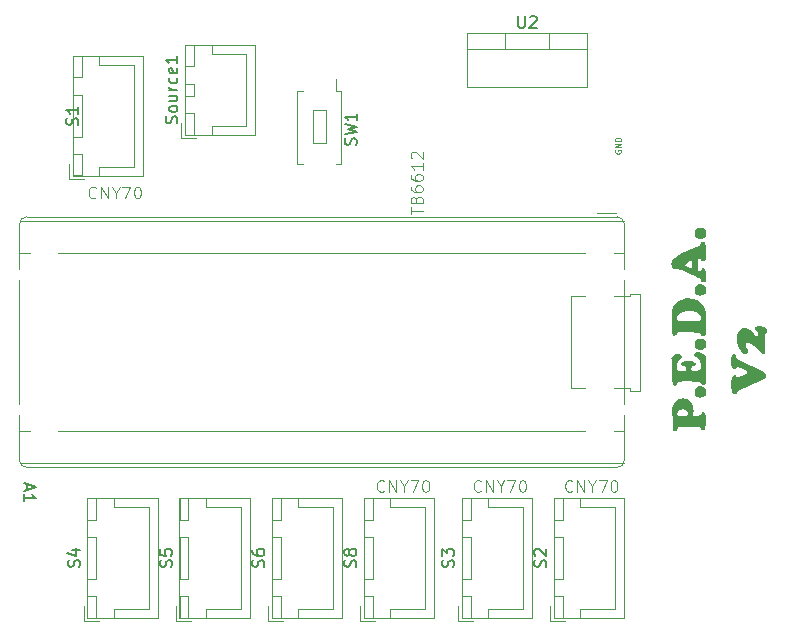
<source format=gbr>
%TF.GenerationSoftware,KiCad,Pcbnew,9.0.4*%
%TF.CreationDate,2025-10-15T08:51:35-06:00*%
%TF.ProjectId,Sumo_RapsPico,53756d6f-5f52-4617-9073-5069636f2e6b,rev?*%
%TF.SameCoordinates,Original*%
%TF.FileFunction,Legend,Top*%
%TF.FilePolarity,Positive*%
%FSLAX46Y46*%
G04 Gerber Fmt 4.6, Leading zero omitted, Abs format (unit mm)*
G04 Created by KiCad (PCBNEW 9.0.4) date 2025-10-15 08:51:35*
%MOMM*%
%LPD*%
G01*
G04 APERTURE LIST*
%ADD10C,0.100000*%
%ADD11C,0.150000*%
%ADD12C,0.120000*%
G04 APERTURE END LIST*
D10*
X135745312Y-78477180D02*
X135697693Y-78524800D01*
X135697693Y-78524800D02*
X135554836Y-78572419D01*
X135554836Y-78572419D02*
X135459598Y-78572419D01*
X135459598Y-78572419D02*
X135316741Y-78524800D01*
X135316741Y-78524800D02*
X135221503Y-78429561D01*
X135221503Y-78429561D02*
X135173884Y-78334323D01*
X135173884Y-78334323D02*
X135126265Y-78143847D01*
X135126265Y-78143847D02*
X135126265Y-78000990D01*
X135126265Y-78000990D02*
X135173884Y-77810514D01*
X135173884Y-77810514D02*
X135221503Y-77715276D01*
X135221503Y-77715276D02*
X135316741Y-77620038D01*
X135316741Y-77620038D02*
X135459598Y-77572419D01*
X135459598Y-77572419D02*
X135554836Y-77572419D01*
X135554836Y-77572419D02*
X135697693Y-77620038D01*
X135697693Y-77620038D02*
X135745312Y-77667657D01*
X136173884Y-78572419D02*
X136173884Y-77572419D01*
X136173884Y-77572419D02*
X136745312Y-78572419D01*
X136745312Y-78572419D02*
X136745312Y-77572419D01*
X137411979Y-78096228D02*
X137411979Y-78572419D01*
X137078646Y-77572419D02*
X137411979Y-78096228D01*
X137411979Y-78096228D02*
X137745312Y-77572419D01*
X137983408Y-77572419D02*
X138650074Y-77572419D01*
X138650074Y-77572419D02*
X138221503Y-78572419D01*
X139221503Y-77572419D02*
X139316741Y-77572419D01*
X139316741Y-77572419D02*
X139411979Y-77620038D01*
X139411979Y-77620038D02*
X139459598Y-77667657D01*
X139459598Y-77667657D02*
X139507217Y-77762895D01*
X139507217Y-77762895D02*
X139554836Y-77953371D01*
X139554836Y-77953371D02*
X139554836Y-78191466D01*
X139554836Y-78191466D02*
X139507217Y-78381942D01*
X139507217Y-78381942D02*
X139459598Y-78477180D01*
X139459598Y-78477180D02*
X139411979Y-78524800D01*
X139411979Y-78524800D02*
X139316741Y-78572419D01*
X139316741Y-78572419D02*
X139221503Y-78572419D01*
X139221503Y-78572419D02*
X139126265Y-78524800D01*
X139126265Y-78524800D02*
X139078646Y-78477180D01*
X139078646Y-78477180D02*
X139031027Y-78381942D01*
X139031027Y-78381942D02*
X138983408Y-78191466D01*
X138983408Y-78191466D02*
X138983408Y-77953371D01*
X138983408Y-77953371D02*
X139031027Y-77762895D01*
X139031027Y-77762895D02*
X139078646Y-77667657D01*
X139078646Y-77667657D02*
X139126265Y-77620038D01*
X139126265Y-77620038D02*
X139221503Y-77572419D01*
X147127419Y-49623258D02*
X147103609Y-49670877D01*
X147103609Y-49670877D02*
X147103609Y-49742306D01*
X147103609Y-49742306D02*
X147127419Y-49813734D01*
X147127419Y-49813734D02*
X147175038Y-49861353D01*
X147175038Y-49861353D02*
X147222657Y-49885163D01*
X147222657Y-49885163D02*
X147317895Y-49908972D01*
X147317895Y-49908972D02*
X147389323Y-49908972D01*
X147389323Y-49908972D02*
X147484561Y-49885163D01*
X147484561Y-49885163D02*
X147532180Y-49861353D01*
X147532180Y-49861353D02*
X147579800Y-49813734D01*
X147579800Y-49813734D02*
X147603609Y-49742306D01*
X147603609Y-49742306D02*
X147603609Y-49694687D01*
X147603609Y-49694687D02*
X147579800Y-49623258D01*
X147579800Y-49623258D02*
X147555990Y-49599449D01*
X147555990Y-49599449D02*
X147389323Y-49599449D01*
X147389323Y-49599449D02*
X147389323Y-49694687D01*
X147603609Y-49385163D02*
X147103609Y-49385163D01*
X147103609Y-49385163D02*
X147603609Y-49099449D01*
X147603609Y-49099449D02*
X147103609Y-49099449D01*
X147603609Y-48861353D02*
X147103609Y-48861353D01*
X147103609Y-48861353D02*
X147103609Y-48742305D01*
X147103609Y-48742305D02*
X147127419Y-48670877D01*
X147127419Y-48670877D02*
X147175038Y-48623258D01*
X147175038Y-48623258D02*
X147222657Y-48599448D01*
X147222657Y-48599448D02*
X147317895Y-48575639D01*
X147317895Y-48575639D02*
X147389323Y-48575639D01*
X147389323Y-48575639D02*
X147484561Y-48599448D01*
X147484561Y-48599448D02*
X147532180Y-48623258D01*
X147532180Y-48623258D02*
X147579800Y-48670877D01*
X147579800Y-48670877D02*
X147603609Y-48742305D01*
X147603609Y-48742305D02*
X147603609Y-48861353D01*
G36*
X153038677Y-70655467D02*
G01*
X153216336Y-70715669D01*
X153372948Y-70814756D01*
X153512088Y-70956449D01*
X153614941Y-71113556D01*
X153688876Y-71286134D01*
X153734331Y-71477005D01*
X153750041Y-71689727D01*
X153735753Y-71956624D01*
X153729525Y-72060671D01*
X153744270Y-72100138D01*
X153791441Y-72114160D01*
X153803531Y-72114160D01*
X154140036Y-72099872D01*
X154229458Y-72087711D01*
X154283651Y-72064884D01*
X154327171Y-72022960D01*
X154381287Y-71936840D01*
X154438012Y-71854170D01*
X154490777Y-71812947D01*
X154542304Y-71800553D01*
X154618679Y-71819533D01*
X154685818Y-71880051D01*
X154746369Y-71999672D01*
X154782544Y-72134823D01*
X154807481Y-72317943D01*
X154816894Y-72560575D01*
X154798702Y-72907734D01*
X154754316Y-73121763D01*
X154695661Y-73243806D01*
X154628539Y-73305406D01*
X154550364Y-73324811D01*
X154492101Y-73315684D01*
X154452545Y-73290922D01*
X154417585Y-73244689D01*
X154356374Y-73135218D01*
X154310102Y-73077915D01*
X154250678Y-73051870D01*
X153803347Y-73035750D01*
X152723855Y-73035750D01*
X152534932Y-73045025D01*
X152461355Y-73063593D01*
X152416342Y-73108007D01*
X152372512Y-73216001D01*
X152322041Y-73328173D01*
X152259440Y-73385980D01*
X152182002Y-73404678D01*
X152097532Y-73384649D01*
X152035823Y-73324811D01*
X151999473Y-73234296D01*
X151985265Y-73095467D01*
X151991493Y-72851468D01*
X151991493Y-72728736D01*
X151985997Y-72330498D01*
X151950272Y-71954059D01*
X152390097Y-71954059D01*
X152401470Y-72045461D01*
X152427436Y-72087191D01*
X152465202Y-72099872D01*
X153171919Y-72099872D01*
X153238704Y-72090100D01*
X153264242Y-72068365D01*
X153285081Y-72005449D01*
X153292819Y-71921270D01*
X153273335Y-71797139D01*
X153217165Y-71697421D01*
X153135407Y-71628604D01*
X153017919Y-71583479D01*
X152851899Y-71566446D01*
X152680798Y-71585803D01*
X152556019Y-71638065D01*
X152465751Y-71719952D01*
X152409552Y-71825177D01*
X152390097Y-71954059D01*
X151950272Y-71954059D01*
X151946430Y-71913576D01*
X151932875Y-71695772D01*
X151948992Y-71474285D01*
X151995647Y-71275145D01*
X152071543Y-71094752D01*
X152181842Y-70925615D01*
X152310547Y-70799075D01*
X152459205Y-70709299D01*
X152631797Y-70653984D01*
X152834314Y-70634598D01*
X153038677Y-70655467D01*
G37*
G36*
X153843831Y-70091280D02*
G01*
X153859223Y-69965321D01*
X153904572Y-69852451D01*
X153981584Y-69749096D01*
X154082850Y-69667835D01*
X154201391Y-69618872D01*
X154342452Y-69601817D01*
X154473972Y-69618441D01*
X154588680Y-69667000D01*
X154690865Y-69749096D01*
X154767876Y-69852451D01*
X154813226Y-69965321D01*
X154828618Y-70091280D01*
X154813226Y-70217239D01*
X154767876Y-70330109D01*
X154690865Y-70433464D01*
X154588546Y-70515226D01*
X154471870Y-70563950D01*
X154336224Y-70580743D01*
X154198032Y-70563755D01*
X154081523Y-70514873D01*
X153981584Y-70433464D01*
X153905559Y-70330267D01*
X153860149Y-70217351D01*
X153843831Y-70091280D01*
G37*
G36*
X151968046Y-69099715D02*
G01*
X151968046Y-68046418D01*
X151954490Y-67580769D01*
X151933663Y-67436373D01*
X151898803Y-67295921D01*
X151885980Y-67226678D01*
X151898150Y-67159276D01*
X151935911Y-67095660D01*
X152005415Y-67033237D01*
X152138794Y-66958760D01*
X152291276Y-66912936D01*
X152467400Y-66896950D01*
X152595119Y-66912684D01*
X152685020Y-66954836D01*
X152745063Y-67023174D01*
X152765254Y-67113838D01*
X152757328Y-67178365D01*
X152736311Y-67222648D01*
X152696806Y-67262205D01*
X152608633Y-67325779D01*
X152525261Y-67392232D01*
X152464890Y-67467176D01*
X152424719Y-67551826D01*
X152392396Y-67710938D01*
X152378374Y-68003187D01*
X152390681Y-68157520D01*
X152419707Y-68243033D01*
X152458241Y-68285287D01*
X152506025Y-68305139D01*
X152575111Y-68316245D01*
X152955214Y-68321191D01*
X153059427Y-68308899D01*
X153101027Y-68282356D01*
X153119302Y-68226530D01*
X153128688Y-68070964D01*
X153118834Y-67994887D01*
X153094066Y-67950064D01*
X153050039Y-67921432D01*
X152968037Y-67902620D01*
X152801707Y-67872395D01*
X152759523Y-67850471D01*
X152721840Y-67814509D01*
X152692870Y-67766153D01*
X152683189Y-67710279D01*
X152702959Y-67631366D01*
X152765987Y-67561901D01*
X152839652Y-67525305D01*
X152979211Y-67488445D01*
X153133473Y-67466029D01*
X153296666Y-67458403D01*
X153513173Y-67471033D01*
X153689633Y-67505862D01*
X153832840Y-67559337D01*
X153899221Y-67605591D01*
X153936595Y-67662246D01*
X153949344Y-67732810D01*
X153938888Y-67797225D01*
X153912158Y-67833377D01*
X153864637Y-67855475D01*
X153762315Y-67875875D01*
X153662309Y-67904821D01*
X153595551Y-67956234D01*
X153554293Y-68031817D01*
X153539016Y-68140573D01*
X153554329Y-68218124D01*
X153595252Y-68262206D01*
X153664323Y-68284537D01*
X153807194Y-68294630D01*
X154055040Y-68281441D01*
X154255441Y-68253780D01*
X154302858Y-68223897D01*
X154336774Y-68155411D01*
X154352687Y-68057926D01*
X154359672Y-67874227D01*
X154349161Y-67669683D01*
X154321642Y-67520373D01*
X154282002Y-67414073D01*
X154219405Y-67321252D01*
X154127494Y-67237411D01*
X154000085Y-67162198D01*
X153892414Y-67101826D01*
X153838885Y-67056868D01*
X153807922Y-67003728D01*
X153796936Y-66933403D01*
X153815665Y-66852918D01*
X153873323Y-66786674D01*
X153956855Y-66743910D01*
X154063466Y-66728789D01*
X154192532Y-66742879D01*
X154370846Y-66792719D01*
X154547467Y-66864966D01*
X154698192Y-66948974D01*
X154792531Y-67028658D01*
X154810485Y-67063795D01*
X154816894Y-67109624D01*
X154803339Y-67223564D01*
X154782790Y-67365406D01*
X154770000Y-67572892D01*
X154770000Y-69310741D01*
X154757071Y-69409027D01*
X154722555Y-69476521D01*
X154666326Y-69520519D01*
X154588283Y-69535872D01*
X154532317Y-69528592D01*
X154499073Y-69510226D01*
X154471970Y-69475320D01*
X154429647Y-69395188D01*
X154399358Y-69340938D01*
X154365900Y-69306161D01*
X154322488Y-69281943D01*
X154253792Y-69261099D01*
X153919127Y-69212817D01*
X153423244Y-69193688D01*
X152882838Y-69209576D01*
X152579565Y-69246593D01*
X152430214Y-69291507D01*
X152375259Y-69334921D01*
X152337341Y-69435305D01*
X152302573Y-69503595D01*
X152250669Y-69542537D01*
X152176324Y-69556388D01*
X152112478Y-69546311D01*
X152056339Y-69516271D01*
X152012610Y-69469936D01*
X151986547Y-69410575D01*
X151973900Y-69311409D01*
X151968046Y-69099715D01*
G37*
G36*
X153843831Y-66072997D02*
G01*
X153859223Y-65947038D01*
X153904572Y-65834168D01*
X153981584Y-65730812D01*
X154082850Y-65649551D01*
X154201391Y-65600589D01*
X154342452Y-65583534D01*
X154473972Y-65600157D01*
X154588680Y-65648716D01*
X154690865Y-65730812D01*
X154767876Y-65834168D01*
X154813226Y-65947038D01*
X154828618Y-66072997D01*
X154813226Y-66198956D01*
X154767876Y-66311826D01*
X154690865Y-66415181D01*
X154588546Y-66496943D01*
X154471870Y-66545667D01*
X154336224Y-66562459D01*
X154198032Y-66545472D01*
X154081523Y-66496589D01*
X153981584Y-66415181D01*
X153905559Y-66311983D01*
X153860149Y-66199068D01*
X153843831Y-66072997D01*
G37*
G36*
X153584363Y-62189122D02*
G01*
X153819284Y-62240277D01*
X154041582Y-62321857D01*
X154224300Y-62423459D01*
X154384243Y-62553778D01*
X154517730Y-62705496D01*
X154626522Y-62880601D01*
X154711015Y-63082182D01*
X154772471Y-63334876D01*
X154793447Y-63608831D01*
X154784837Y-63856859D01*
X154778609Y-64069900D01*
X154770000Y-64506240D01*
X154770000Y-64653702D01*
X154784105Y-64942213D01*
X154793447Y-65082165D01*
X154776173Y-65212094D01*
X154728417Y-65309494D01*
X154679681Y-65358907D01*
X154623602Y-65387611D01*
X154557508Y-65397421D01*
X154489538Y-65386935D01*
X154441920Y-65358220D01*
X154406533Y-65310622D01*
X154375242Y-65231092D01*
X154347141Y-65161256D01*
X154310579Y-65123747D01*
X154254307Y-65101518D01*
X154133625Y-65079783D01*
X153534436Y-65050108D01*
X152649483Y-65036735D01*
X152492693Y-65045001D01*
X152422520Y-65062564D01*
X152375151Y-65101901D01*
X152332395Y-65184563D01*
X152284756Y-65268050D01*
X152223355Y-65314135D01*
X152144084Y-65329827D01*
X152080437Y-65318949D01*
X152027543Y-65286902D01*
X151982517Y-65230359D01*
X151940765Y-65119427D01*
X151924631Y-64955036D01*
X151926646Y-64819665D01*
X151932875Y-64569804D01*
X151913640Y-63908150D01*
X151913414Y-63897709D01*
X152366650Y-63897709D01*
X152377527Y-63984487D01*
X152404019Y-64031981D01*
X152450180Y-64059151D01*
X152531880Y-64070083D01*
X154126481Y-64070083D01*
X154241659Y-64054741D01*
X154306915Y-64016594D01*
X154344565Y-63950893D01*
X154359672Y-63836160D01*
X154342568Y-63684734D01*
X154294177Y-63560719D01*
X154215194Y-63457835D01*
X154101439Y-63372798D01*
X153944453Y-63305820D01*
X153732379Y-63260543D01*
X153450722Y-63243565D01*
X153115377Y-63261829D01*
X152860701Y-63310545D01*
X152670366Y-63382418D01*
X152536761Y-63472295D01*
X152444014Y-63584843D01*
X152386953Y-63723989D01*
X152366650Y-63897709D01*
X151913414Y-63897709D01*
X151909427Y-63713244D01*
X151923434Y-63398816D01*
X151961029Y-63155119D01*
X152016589Y-62969159D01*
X152111893Y-62775944D01*
X152232780Y-62611158D01*
X152380299Y-62471581D01*
X152557159Y-62355498D01*
X152726230Y-62277575D01*
X152913386Y-62220351D01*
X153121179Y-62184703D01*
X153352536Y-62172316D01*
X153584363Y-62189122D01*
G37*
G36*
X153843831Y-61448014D02*
G01*
X153859223Y-61322055D01*
X153904572Y-61209185D01*
X153981584Y-61105830D01*
X154082850Y-61024569D01*
X154201391Y-60975607D01*
X154342452Y-60958551D01*
X154473972Y-60975175D01*
X154588680Y-61023734D01*
X154690865Y-61105830D01*
X154767876Y-61209185D01*
X154813226Y-61322055D01*
X154828618Y-61448014D01*
X154813226Y-61573973D01*
X154767876Y-61686843D01*
X154690865Y-61790198D01*
X154588546Y-61871960D01*
X154471870Y-61920684D01*
X154336224Y-61937477D01*
X154198032Y-61920489D01*
X154081523Y-61871607D01*
X153981584Y-61790198D01*
X153905559Y-61687001D01*
X153860149Y-61574086D01*
X153843831Y-61448014D01*
G37*
G36*
X154619271Y-57365709D02*
G01*
X154691764Y-57423065D01*
X154750033Y-57529382D01*
X154783243Y-57654785D01*
X154807400Y-57845643D01*
X154816894Y-58122892D01*
X154805181Y-58556475D01*
X154777327Y-58810558D01*
X154747503Y-58906382D01*
X154700024Y-58976704D01*
X154635165Y-59023226D01*
X154558241Y-59038620D01*
X154499141Y-59029750D01*
X154458224Y-59005647D01*
X154426879Y-58963957D01*
X154393194Y-58885113D01*
X154348863Y-58813905D01*
X154288780Y-58792789D01*
X154216636Y-58809712D01*
X154167245Y-58859339D01*
X154137288Y-58953623D01*
X154120327Y-59149842D01*
X154113475Y-59454993D01*
X154124370Y-59699336D01*
X154144433Y-59777759D01*
X154169445Y-59805704D01*
X154214042Y-59833080D01*
X154311128Y-59856894D01*
X154352222Y-59851982D01*
X154370479Y-59840957D01*
X154414077Y-59729949D01*
X154450074Y-59655495D01*
X154499899Y-59614761D01*
X154567217Y-59600806D01*
X154644327Y-59617580D01*
X154707984Y-59668808D01*
X154761453Y-59765729D01*
X154800919Y-59929991D01*
X154816894Y-60190652D01*
X154803304Y-60501596D01*
X154771282Y-60680115D01*
X154728659Y-60763507D01*
X154665597Y-60810939D01*
X154575826Y-60827759D01*
X154515168Y-60818858D01*
X154473428Y-60794787D01*
X154441286Y-60753570D01*
X154407482Y-60678466D01*
X154348921Y-60559394D01*
X154275591Y-60478797D01*
X154164022Y-60408411D01*
X153909410Y-60284075D01*
X153275050Y-59995197D01*
X152946942Y-59852352D01*
X152753531Y-59781423D01*
X152580620Y-59739937D01*
X152415376Y-59725186D01*
X152251321Y-59717456D01*
X152168080Y-59703387D01*
X152101292Y-59672826D01*
X152031243Y-59614911D01*
X151951084Y-59511647D01*
X151902777Y-59391688D01*
X151897165Y-59344351D01*
X153035265Y-59344351D01*
X153046663Y-59383087D01*
X153085864Y-59421701D01*
X153168804Y-59461770D01*
X153314984Y-59521121D01*
X153499777Y-59593340D01*
X153556418Y-59606851D01*
X153593813Y-59588281D01*
X153609357Y-59518374D01*
X153609357Y-59116838D01*
X153594191Y-59032048D01*
X153561547Y-59012058D01*
X153476402Y-59037183D01*
X153235116Y-59165015D01*
X153075015Y-59270162D01*
X153044351Y-59308196D01*
X153035265Y-59344351D01*
X151897165Y-59344351D01*
X151885980Y-59250012D01*
X151903213Y-59116219D01*
X151956107Y-58984239D01*
X152049562Y-58850675D01*
X152166919Y-58740335D01*
X152389407Y-58585607D01*
X152763154Y-58372936D01*
X153342644Y-58086805D01*
X154174108Y-57699558D01*
X154277974Y-57644216D01*
X154324684Y-57608883D01*
X154352967Y-57566299D01*
X154372128Y-57498974D01*
X154402016Y-57410832D01*
X154452581Y-57363193D01*
X154528382Y-57346566D01*
X154619271Y-57365709D01*
G37*
G36*
X153843831Y-56679417D02*
G01*
X153859223Y-56553458D01*
X153904572Y-56440588D01*
X153981584Y-56337233D01*
X154082850Y-56255971D01*
X154201391Y-56207009D01*
X154342452Y-56189954D01*
X154473972Y-56206577D01*
X154588680Y-56255136D01*
X154690865Y-56337233D01*
X154767876Y-56440588D01*
X154813226Y-56553458D01*
X154828618Y-56679417D01*
X154813226Y-56805376D01*
X154767876Y-56918246D01*
X154690865Y-57021601D01*
X154588546Y-57103363D01*
X154471870Y-57152087D01*
X154336224Y-57168879D01*
X154198032Y-57151892D01*
X154081523Y-57103010D01*
X153981584Y-57021601D01*
X153905559Y-56918403D01*
X153860149Y-56805488D01*
X153843831Y-56679417D01*
G37*
G36*
X157636543Y-67397037D02*
G01*
X159553728Y-68337677D01*
X159715005Y-68429478D01*
X159800474Y-68503457D01*
X159850930Y-68591187D01*
X159868618Y-68703675D01*
X159857325Y-68799461D01*
X159824471Y-68883011D01*
X159787094Y-68937983D01*
X159745886Y-68977716D01*
X159584502Y-69063628D01*
X157725020Y-69901687D01*
X157581254Y-69973777D01*
X157509781Y-70026434D01*
X157464180Y-70090817D01*
X157435226Y-70184520D01*
X157407026Y-70256360D01*
X157357356Y-70297295D01*
X157279521Y-70312198D01*
X157186363Y-70290749D01*
X157105862Y-70223764D01*
X157034424Y-70094760D01*
X156990872Y-69946586D01*
X156960805Y-69744295D01*
X156949427Y-69474323D01*
X156958502Y-69192007D01*
X156981868Y-68992191D01*
X157014457Y-68856266D01*
X157071843Y-68737218D01*
X157138894Y-68676358D01*
X157218339Y-68656964D01*
X157273367Y-68667624D01*
X157328080Y-68701615D01*
X157384851Y-68765957D01*
X157441949Y-68829603D01*
X157483770Y-68845458D01*
X157529939Y-68838020D01*
X157606868Y-68809005D01*
X158186456Y-68552916D01*
X158262950Y-68509866D01*
X158299372Y-68470634D01*
X158309921Y-68433115D01*
X158294541Y-68373643D01*
X158243792Y-68316245D01*
X158159589Y-68262764D01*
X157979827Y-68174096D01*
X157557226Y-67985968D01*
X157459040Y-67959590D01*
X157401103Y-67979982D01*
X157345101Y-68052829D01*
X157300249Y-68117126D01*
X157252192Y-68151348D01*
X157198738Y-68162372D01*
X157124016Y-68144810D01*
X157060912Y-68089975D01*
X157006656Y-67983397D01*
X156966006Y-67799072D01*
X156949427Y-67502733D01*
X156965610Y-67199916D01*
X157002550Y-67039282D01*
X157048411Y-66961183D01*
X157108236Y-66917597D01*
X157186282Y-66902629D01*
X157274924Y-66922376D01*
X157333006Y-66978882D01*
X157365800Y-67083979D01*
X157385519Y-67195827D01*
X157405551Y-67243164D01*
X157472818Y-67304460D01*
X157636543Y-67397037D01*
G37*
G36*
X159810000Y-65318836D02*
G01*
X159810000Y-66714501D01*
X159793965Y-66831902D01*
X159756396Y-66887310D01*
X159699541Y-66904827D01*
X159646826Y-66895152D01*
X159596959Y-66865076D01*
X159348747Y-66611919D01*
X159090101Y-66356877D01*
X158859869Y-66165105D01*
X158654670Y-66026652D01*
X158494459Y-65950563D01*
X158374584Y-65929199D01*
X158282874Y-65944361D01*
X158215765Y-65986901D01*
X158172337Y-66052923D01*
X158156964Y-66142606D01*
X158164359Y-66229250D01*
X158182793Y-66283839D01*
X158352236Y-66499445D01*
X158381072Y-66551746D01*
X158391437Y-66622177D01*
X158372828Y-66715334D01*
X158314317Y-66803710D01*
X158231097Y-66866802D01*
X158145423Y-66886325D01*
X158062884Y-66869770D01*
X157959127Y-66811770D01*
X157860632Y-66727477D01*
X157763855Y-66615399D01*
X157621909Y-66385206D01*
X157522037Y-66146153D01*
X157462082Y-65895632D01*
X157441821Y-65630429D01*
X157461260Y-65359797D01*
X157515552Y-65135429D01*
X157600640Y-64949174D01*
X157687344Y-64839322D01*
X157804338Y-64752254D01*
X157938928Y-64696114D01*
X158078196Y-64677698D01*
X158208870Y-64693434D01*
X158349072Y-64743300D01*
X158502589Y-64833715D01*
X158672857Y-64973937D01*
X158862948Y-65175587D01*
X158969043Y-65288102D01*
X159037151Y-65337456D01*
X159080385Y-65349794D01*
X159129973Y-65337523D01*
X159173625Y-65298503D01*
X159202130Y-65242694D01*
X159212093Y-65173389D01*
X159197308Y-65060031D01*
X159153024Y-64955135D01*
X159076355Y-64855568D01*
X158992274Y-64759031D01*
X158977620Y-64691803D01*
X158994243Y-64615819D01*
X159043172Y-64560289D01*
X159134522Y-64521375D01*
X159290495Y-64505507D01*
X159444384Y-64519886D01*
X159603736Y-64564309D01*
X159753047Y-64634637D01*
X159877594Y-64724227D01*
X159949844Y-64802631D01*
X159989784Y-64881031D01*
X160002707Y-64962180D01*
X159996667Y-65011721D01*
X159980359Y-65047360D01*
X159897377Y-65118801D01*
X159848900Y-65157124D01*
X159825753Y-65189326D01*
X159814932Y-65231426D01*
X159810000Y-65318836D01*
G37*
X129812419Y-55038972D02*
X129812419Y-54467544D01*
X130812419Y-54753258D02*
X129812419Y-54753258D01*
X130288609Y-53800877D02*
X130336228Y-53658020D01*
X130336228Y-53658020D02*
X130383847Y-53610401D01*
X130383847Y-53610401D02*
X130479085Y-53562782D01*
X130479085Y-53562782D02*
X130621942Y-53562782D01*
X130621942Y-53562782D02*
X130717180Y-53610401D01*
X130717180Y-53610401D02*
X130764800Y-53658020D01*
X130764800Y-53658020D02*
X130812419Y-53753258D01*
X130812419Y-53753258D02*
X130812419Y-54134210D01*
X130812419Y-54134210D02*
X129812419Y-54134210D01*
X129812419Y-54134210D02*
X129812419Y-53800877D01*
X129812419Y-53800877D02*
X129860038Y-53705639D01*
X129860038Y-53705639D02*
X129907657Y-53658020D01*
X129907657Y-53658020D02*
X130002895Y-53610401D01*
X130002895Y-53610401D02*
X130098133Y-53610401D01*
X130098133Y-53610401D02*
X130193371Y-53658020D01*
X130193371Y-53658020D02*
X130240990Y-53705639D01*
X130240990Y-53705639D02*
X130288609Y-53800877D01*
X130288609Y-53800877D02*
X130288609Y-54134210D01*
X129812419Y-52705639D02*
X129812419Y-52896115D01*
X129812419Y-52896115D02*
X129860038Y-52991353D01*
X129860038Y-52991353D02*
X129907657Y-53038972D01*
X129907657Y-53038972D02*
X130050514Y-53134210D01*
X130050514Y-53134210D02*
X130240990Y-53181829D01*
X130240990Y-53181829D02*
X130621942Y-53181829D01*
X130621942Y-53181829D02*
X130717180Y-53134210D01*
X130717180Y-53134210D02*
X130764800Y-53086591D01*
X130764800Y-53086591D02*
X130812419Y-52991353D01*
X130812419Y-52991353D02*
X130812419Y-52800877D01*
X130812419Y-52800877D02*
X130764800Y-52705639D01*
X130764800Y-52705639D02*
X130717180Y-52658020D01*
X130717180Y-52658020D02*
X130621942Y-52610401D01*
X130621942Y-52610401D02*
X130383847Y-52610401D01*
X130383847Y-52610401D02*
X130288609Y-52658020D01*
X130288609Y-52658020D02*
X130240990Y-52705639D01*
X130240990Y-52705639D02*
X130193371Y-52800877D01*
X130193371Y-52800877D02*
X130193371Y-52991353D01*
X130193371Y-52991353D02*
X130240990Y-53086591D01*
X130240990Y-53086591D02*
X130288609Y-53134210D01*
X130288609Y-53134210D02*
X130383847Y-53181829D01*
X129812419Y-51753258D02*
X129812419Y-51943734D01*
X129812419Y-51943734D02*
X129860038Y-52038972D01*
X129860038Y-52038972D02*
X129907657Y-52086591D01*
X129907657Y-52086591D02*
X130050514Y-52181829D01*
X130050514Y-52181829D02*
X130240990Y-52229448D01*
X130240990Y-52229448D02*
X130621942Y-52229448D01*
X130621942Y-52229448D02*
X130717180Y-52181829D01*
X130717180Y-52181829D02*
X130764800Y-52134210D01*
X130764800Y-52134210D02*
X130812419Y-52038972D01*
X130812419Y-52038972D02*
X130812419Y-51848496D01*
X130812419Y-51848496D02*
X130764800Y-51753258D01*
X130764800Y-51753258D02*
X130717180Y-51705639D01*
X130717180Y-51705639D02*
X130621942Y-51658020D01*
X130621942Y-51658020D02*
X130383847Y-51658020D01*
X130383847Y-51658020D02*
X130288609Y-51705639D01*
X130288609Y-51705639D02*
X130240990Y-51753258D01*
X130240990Y-51753258D02*
X130193371Y-51848496D01*
X130193371Y-51848496D02*
X130193371Y-52038972D01*
X130193371Y-52038972D02*
X130240990Y-52134210D01*
X130240990Y-52134210D02*
X130288609Y-52181829D01*
X130288609Y-52181829D02*
X130383847Y-52229448D01*
X130812419Y-50705639D02*
X130812419Y-51277067D01*
X130812419Y-50991353D02*
X129812419Y-50991353D01*
X129812419Y-50991353D02*
X129955276Y-51086591D01*
X129955276Y-51086591D02*
X130050514Y-51181829D01*
X130050514Y-51181829D02*
X130098133Y-51277067D01*
X129907657Y-50324686D02*
X129860038Y-50277067D01*
X129860038Y-50277067D02*
X129812419Y-50181829D01*
X129812419Y-50181829D02*
X129812419Y-49943734D01*
X129812419Y-49943734D02*
X129860038Y-49848496D01*
X129860038Y-49848496D02*
X129907657Y-49800877D01*
X129907657Y-49800877D02*
X130002895Y-49753258D01*
X130002895Y-49753258D02*
X130098133Y-49753258D01*
X130098133Y-49753258D02*
X130240990Y-49800877D01*
X130240990Y-49800877D02*
X130812419Y-50372305D01*
X130812419Y-50372305D02*
X130812419Y-49753258D01*
X143485312Y-78477180D02*
X143437693Y-78524800D01*
X143437693Y-78524800D02*
X143294836Y-78572419D01*
X143294836Y-78572419D02*
X143199598Y-78572419D01*
X143199598Y-78572419D02*
X143056741Y-78524800D01*
X143056741Y-78524800D02*
X142961503Y-78429561D01*
X142961503Y-78429561D02*
X142913884Y-78334323D01*
X142913884Y-78334323D02*
X142866265Y-78143847D01*
X142866265Y-78143847D02*
X142866265Y-78000990D01*
X142866265Y-78000990D02*
X142913884Y-77810514D01*
X142913884Y-77810514D02*
X142961503Y-77715276D01*
X142961503Y-77715276D02*
X143056741Y-77620038D01*
X143056741Y-77620038D02*
X143199598Y-77572419D01*
X143199598Y-77572419D02*
X143294836Y-77572419D01*
X143294836Y-77572419D02*
X143437693Y-77620038D01*
X143437693Y-77620038D02*
X143485312Y-77667657D01*
X143913884Y-78572419D02*
X143913884Y-77572419D01*
X143913884Y-77572419D02*
X144485312Y-78572419D01*
X144485312Y-78572419D02*
X144485312Y-77572419D01*
X145151979Y-78096228D02*
X145151979Y-78572419D01*
X144818646Y-77572419D02*
X145151979Y-78096228D01*
X145151979Y-78096228D02*
X145485312Y-77572419D01*
X145723408Y-77572419D02*
X146390074Y-77572419D01*
X146390074Y-77572419D02*
X145961503Y-78572419D01*
X146961503Y-77572419D02*
X147056741Y-77572419D01*
X147056741Y-77572419D02*
X147151979Y-77620038D01*
X147151979Y-77620038D02*
X147199598Y-77667657D01*
X147199598Y-77667657D02*
X147247217Y-77762895D01*
X147247217Y-77762895D02*
X147294836Y-77953371D01*
X147294836Y-77953371D02*
X147294836Y-78191466D01*
X147294836Y-78191466D02*
X147247217Y-78381942D01*
X147247217Y-78381942D02*
X147199598Y-78477180D01*
X147199598Y-78477180D02*
X147151979Y-78524800D01*
X147151979Y-78524800D02*
X147056741Y-78572419D01*
X147056741Y-78572419D02*
X146961503Y-78572419D01*
X146961503Y-78572419D02*
X146866265Y-78524800D01*
X146866265Y-78524800D02*
X146818646Y-78477180D01*
X146818646Y-78477180D02*
X146771027Y-78381942D01*
X146771027Y-78381942D02*
X146723408Y-78191466D01*
X146723408Y-78191466D02*
X146723408Y-77953371D01*
X146723408Y-77953371D02*
X146771027Y-77762895D01*
X146771027Y-77762895D02*
X146818646Y-77667657D01*
X146818646Y-77667657D02*
X146866265Y-77620038D01*
X146866265Y-77620038D02*
X146961503Y-77572419D01*
X103155312Y-53617180D02*
X103107693Y-53664800D01*
X103107693Y-53664800D02*
X102964836Y-53712419D01*
X102964836Y-53712419D02*
X102869598Y-53712419D01*
X102869598Y-53712419D02*
X102726741Y-53664800D01*
X102726741Y-53664800D02*
X102631503Y-53569561D01*
X102631503Y-53569561D02*
X102583884Y-53474323D01*
X102583884Y-53474323D02*
X102536265Y-53283847D01*
X102536265Y-53283847D02*
X102536265Y-53140990D01*
X102536265Y-53140990D02*
X102583884Y-52950514D01*
X102583884Y-52950514D02*
X102631503Y-52855276D01*
X102631503Y-52855276D02*
X102726741Y-52760038D01*
X102726741Y-52760038D02*
X102869598Y-52712419D01*
X102869598Y-52712419D02*
X102964836Y-52712419D01*
X102964836Y-52712419D02*
X103107693Y-52760038D01*
X103107693Y-52760038D02*
X103155312Y-52807657D01*
X103583884Y-53712419D02*
X103583884Y-52712419D01*
X103583884Y-52712419D02*
X104155312Y-53712419D01*
X104155312Y-53712419D02*
X104155312Y-52712419D01*
X104821979Y-53236228D02*
X104821979Y-53712419D01*
X104488646Y-52712419D02*
X104821979Y-53236228D01*
X104821979Y-53236228D02*
X105155312Y-52712419D01*
X105393408Y-52712419D02*
X106060074Y-52712419D01*
X106060074Y-52712419D02*
X105631503Y-53712419D01*
X106631503Y-52712419D02*
X106726741Y-52712419D01*
X106726741Y-52712419D02*
X106821979Y-52760038D01*
X106821979Y-52760038D02*
X106869598Y-52807657D01*
X106869598Y-52807657D02*
X106917217Y-52902895D01*
X106917217Y-52902895D02*
X106964836Y-53093371D01*
X106964836Y-53093371D02*
X106964836Y-53331466D01*
X106964836Y-53331466D02*
X106917217Y-53521942D01*
X106917217Y-53521942D02*
X106869598Y-53617180D01*
X106869598Y-53617180D02*
X106821979Y-53664800D01*
X106821979Y-53664800D02*
X106726741Y-53712419D01*
X106726741Y-53712419D02*
X106631503Y-53712419D01*
X106631503Y-53712419D02*
X106536265Y-53664800D01*
X106536265Y-53664800D02*
X106488646Y-53617180D01*
X106488646Y-53617180D02*
X106441027Y-53521942D01*
X106441027Y-53521942D02*
X106393408Y-53331466D01*
X106393408Y-53331466D02*
X106393408Y-53093371D01*
X106393408Y-53093371D02*
X106441027Y-52902895D01*
X106441027Y-52902895D02*
X106488646Y-52807657D01*
X106488646Y-52807657D02*
X106536265Y-52760038D01*
X106536265Y-52760038D02*
X106631503Y-52712419D01*
X127555312Y-78477180D02*
X127507693Y-78524800D01*
X127507693Y-78524800D02*
X127364836Y-78572419D01*
X127364836Y-78572419D02*
X127269598Y-78572419D01*
X127269598Y-78572419D02*
X127126741Y-78524800D01*
X127126741Y-78524800D02*
X127031503Y-78429561D01*
X127031503Y-78429561D02*
X126983884Y-78334323D01*
X126983884Y-78334323D02*
X126936265Y-78143847D01*
X126936265Y-78143847D02*
X126936265Y-78000990D01*
X126936265Y-78000990D02*
X126983884Y-77810514D01*
X126983884Y-77810514D02*
X127031503Y-77715276D01*
X127031503Y-77715276D02*
X127126741Y-77620038D01*
X127126741Y-77620038D02*
X127269598Y-77572419D01*
X127269598Y-77572419D02*
X127364836Y-77572419D01*
X127364836Y-77572419D02*
X127507693Y-77620038D01*
X127507693Y-77620038D02*
X127555312Y-77667657D01*
X127983884Y-78572419D02*
X127983884Y-77572419D01*
X127983884Y-77572419D02*
X128555312Y-78572419D01*
X128555312Y-78572419D02*
X128555312Y-77572419D01*
X129221979Y-78096228D02*
X129221979Y-78572419D01*
X128888646Y-77572419D02*
X129221979Y-78096228D01*
X129221979Y-78096228D02*
X129555312Y-77572419D01*
X129793408Y-77572419D02*
X130460074Y-77572419D01*
X130460074Y-77572419D02*
X130031503Y-78572419D01*
X131031503Y-77572419D02*
X131126741Y-77572419D01*
X131126741Y-77572419D02*
X131221979Y-77620038D01*
X131221979Y-77620038D02*
X131269598Y-77667657D01*
X131269598Y-77667657D02*
X131317217Y-77762895D01*
X131317217Y-77762895D02*
X131364836Y-77953371D01*
X131364836Y-77953371D02*
X131364836Y-78191466D01*
X131364836Y-78191466D02*
X131317217Y-78381942D01*
X131317217Y-78381942D02*
X131269598Y-78477180D01*
X131269598Y-78477180D02*
X131221979Y-78524800D01*
X131221979Y-78524800D02*
X131126741Y-78572419D01*
X131126741Y-78572419D02*
X131031503Y-78572419D01*
X131031503Y-78572419D02*
X130936265Y-78524800D01*
X130936265Y-78524800D02*
X130888646Y-78477180D01*
X130888646Y-78477180D02*
X130841027Y-78381942D01*
X130841027Y-78381942D02*
X130793408Y-78191466D01*
X130793408Y-78191466D02*
X130793408Y-77953371D01*
X130793408Y-77953371D02*
X130841027Y-77762895D01*
X130841027Y-77762895D02*
X130888646Y-77667657D01*
X130888646Y-77667657D02*
X130936265Y-77620038D01*
X130936265Y-77620038D02*
X131031503Y-77572419D01*
D11*
X110002200Y-47343333D02*
X110049819Y-47200476D01*
X110049819Y-47200476D02*
X110049819Y-46962381D01*
X110049819Y-46962381D02*
X110002200Y-46867143D01*
X110002200Y-46867143D02*
X109954580Y-46819524D01*
X109954580Y-46819524D02*
X109859342Y-46771905D01*
X109859342Y-46771905D02*
X109764104Y-46771905D01*
X109764104Y-46771905D02*
X109668866Y-46819524D01*
X109668866Y-46819524D02*
X109621247Y-46867143D01*
X109621247Y-46867143D02*
X109573628Y-46962381D01*
X109573628Y-46962381D02*
X109526009Y-47152857D01*
X109526009Y-47152857D02*
X109478390Y-47248095D01*
X109478390Y-47248095D02*
X109430771Y-47295714D01*
X109430771Y-47295714D02*
X109335533Y-47343333D01*
X109335533Y-47343333D02*
X109240295Y-47343333D01*
X109240295Y-47343333D02*
X109145057Y-47295714D01*
X109145057Y-47295714D02*
X109097438Y-47248095D01*
X109097438Y-47248095D02*
X109049819Y-47152857D01*
X109049819Y-47152857D02*
X109049819Y-46914762D01*
X109049819Y-46914762D02*
X109097438Y-46771905D01*
X110049819Y-46200476D02*
X110002200Y-46295714D01*
X110002200Y-46295714D02*
X109954580Y-46343333D01*
X109954580Y-46343333D02*
X109859342Y-46390952D01*
X109859342Y-46390952D02*
X109573628Y-46390952D01*
X109573628Y-46390952D02*
X109478390Y-46343333D01*
X109478390Y-46343333D02*
X109430771Y-46295714D01*
X109430771Y-46295714D02*
X109383152Y-46200476D01*
X109383152Y-46200476D02*
X109383152Y-46057619D01*
X109383152Y-46057619D02*
X109430771Y-45962381D01*
X109430771Y-45962381D02*
X109478390Y-45914762D01*
X109478390Y-45914762D02*
X109573628Y-45867143D01*
X109573628Y-45867143D02*
X109859342Y-45867143D01*
X109859342Y-45867143D02*
X109954580Y-45914762D01*
X109954580Y-45914762D02*
X110002200Y-45962381D01*
X110002200Y-45962381D02*
X110049819Y-46057619D01*
X110049819Y-46057619D02*
X110049819Y-46200476D01*
X109383152Y-45010000D02*
X110049819Y-45010000D01*
X109383152Y-45438571D02*
X109906961Y-45438571D01*
X109906961Y-45438571D02*
X110002200Y-45390952D01*
X110002200Y-45390952D02*
X110049819Y-45295714D01*
X110049819Y-45295714D02*
X110049819Y-45152857D01*
X110049819Y-45152857D02*
X110002200Y-45057619D01*
X110002200Y-45057619D02*
X109954580Y-45010000D01*
X110049819Y-44533809D02*
X109383152Y-44533809D01*
X109573628Y-44533809D02*
X109478390Y-44486190D01*
X109478390Y-44486190D02*
X109430771Y-44438571D01*
X109430771Y-44438571D02*
X109383152Y-44343333D01*
X109383152Y-44343333D02*
X109383152Y-44248095D01*
X110002200Y-43486190D02*
X110049819Y-43581428D01*
X110049819Y-43581428D02*
X110049819Y-43771904D01*
X110049819Y-43771904D02*
X110002200Y-43867142D01*
X110002200Y-43867142D02*
X109954580Y-43914761D01*
X109954580Y-43914761D02*
X109859342Y-43962380D01*
X109859342Y-43962380D02*
X109573628Y-43962380D01*
X109573628Y-43962380D02*
X109478390Y-43914761D01*
X109478390Y-43914761D02*
X109430771Y-43867142D01*
X109430771Y-43867142D02*
X109383152Y-43771904D01*
X109383152Y-43771904D02*
X109383152Y-43581428D01*
X109383152Y-43581428D02*
X109430771Y-43486190D01*
X110002200Y-42676666D02*
X110049819Y-42771904D01*
X110049819Y-42771904D02*
X110049819Y-42962380D01*
X110049819Y-42962380D02*
X110002200Y-43057618D01*
X110002200Y-43057618D02*
X109906961Y-43105237D01*
X109906961Y-43105237D02*
X109526009Y-43105237D01*
X109526009Y-43105237D02*
X109430771Y-43057618D01*
X109430771Y-43057618D02*
X109383152Y-42962380D01*
X109383152Y-42962380D02*
X109383152Y-42771904D01*
X109383152Y-42771904D02*
X109430771Y-42676666D01*
X109430771Y-42676666D02*
X109526009Y-42629047D01*
X109526009Y-42629047D02*
X109621247Y-42629047D01*
X109621247Y-42629047D02*
X109716485Y-43105237D01*
X110049819Y-41676666D02*
X110049819Y-42248094D01*
X110049819Y-41962380D02*
X109049819Y-41962380D01*
X109049819Y-41962380D02*
X109192676Y-42057618D01*
X109192676Y-42057618D02*
X109287914Y-42152856D01*
X109287914Y-42152856D02*
X109335533Y-42248094D01*
X101747200Y-84911904D02*
X101794819Y-84769047D01*
X101794819Y-84769047D02*
X101794819Y-84530952D01*
X101794819Y-84530952D02*
X101747200Y-84435714D01*
X101747200Y-84435714D02*
X101699580Y-84388095D01*
X101699580Y-84388095D02*
X101604342Y-84340476D01*
X101604342Y-84340476D02*
X101509104Y-84340476D01*
X101509104Y-84340476D02*
X101413866Y-84388095D01*
X101413866Y-84388095D02*
X101366247Y-84435714D01*
X101366247Y-84435714D02*
X101318628Y-84530952D01*
X101318628Y-84530952D02*
X101271009Y-84721428D01*
X101271009Y-84721428D02*
X101223390Y-84816666D01*
X101223390Y-84816666D02*
X101175771Y-84864285D01*
X101175771Y-84864285D02*
X101080533Y-84911904D01*
X101080533Y-84911904D02*
X100985295Y-84911904D01*
X100985295Y-84911904D02*
X100890057Y-84864285D01*
X100890057Y-84864285D02*
X100842438Y-84816666D01*
X100842438Y-84816666D02*
X100794819Y-84721428D01*
X100794819Y-84721428D02*
X100794819Y-84483333D01*
X100794819Y-84483333D02*
X100842438Y-84340476D01*
X101128152Y-83483333D02*
X101794819Y-83483333D01*
X100747200Y-83721428D02*
X101461485Y-83959523D01*
X101461485Y-83959523D02*
X101461485Y-83340476D01*
X117347200Y-84911904D02*
X117394819Y-84769047D01*
X117394819Y-84769047D02*
X117394819Y-84530952D01*
X117394819Y-84530952D02*
X117347200Y-84435714D01*
X117347200Y-84435714D02*
X117299580Y-84388095D01*
X117299580Y-84388095D02*
X117204342Y-84340476D01*
X117204342Y-84340476D02*
X117109104Y-84340476D01*
X117109104Y-84340476D02*
X117013866Y-84388095D01*
X117013866Y-84388095D02*
X116966247Y-84435714D01*
X116966247Y-84435714D02*
X116918628Y-84530952D01*
X116918628Y-84530952D02*
X116871009Y-84721428D01*
X116871009Y-84721428D02*
X116823390Y-84816666D01*
X116823390Y-84816666D02*
X116775771Y-84864285D01*
X116775771Y-84864285D02*
X116680533Y-84911904D01*
X116680533Y-84911904D02*
X116585295Y-84911904D01*
X116585295Y-84911904D02*
X116490057Y-84864285D01*
X116490057Y-84864285D02*
X116442438Y-84816666D01*
X116442438Y-84816666D02*
X116394819Y-84721428D01*
X116394819Y-84721428D02*
X116394819Y-84483333D01*
X116394819Y-84483333D02*
X116442438Y-84340476D01*
X116394819Y-83483333D02*
X116394819Y-83673809D01*
X116394819Y-83673809D02*
X116442438Y-83769047D01*
X116442438Y-83769047D02*
X116490057Y-83816666D01*
X116490057Y-83816666D02*
X116632914Y-83911904D01*
X116632914Y-83911904D02*
X116823390Y-83959523D01*
X116823390Y-83959523D02*
X117204342Y-83959523D01*
X117204342Y-83959523D02*
X117299580Y-83911904D01*
X117299580Y-83911904D02*
X117347200Y-83864285D01*
X117347200Y-83864285D02*
X117394819Y-83769047D01*
X117394819Y-83769047D02*
X117394819Y-83578571D01*
X117394819Y-83578571D02*
X117347200Y-83483333D01*
X117347200Y-83483333D02*
X117299580Y-83435714D01*
X117299580Y-83435714D02*
X117204342Y-83388095D01*
X117204342Y-83388095D02*
X116966247Y-83388095D01*
X116966247Y-83388095D02*
X116871009Y-83435714D01*
X116871009Y-83435714D02*
X116823390Y-83483333D01*
X116823390Y-83483333D02*
X116775771Y-83578571D01*
X116775771Y-83578571D02*
X116775771Y-83769047D01*
X116775771Y-83769047D02*
X116823390Y-83864285D01*
X116823390Y-83864285D02*
X116871009Y-83911904D01*
X116871009Y-83911904D02*
X116966247Y-83959523D01*
X125177200Y-49193332D02*
X125224819Y-49050475D01*
X125224819Y-49050475D02*
X125224819Y-48812380D01*
X125224819Y-48812380D02*
X125177200Y-48717142D01*
X125177200Y-48717142D02*
X125129580Y-48669523D01*
X125129580Y-48669523D02*
X125034342Y-48621904D01*
X125034342Y-48621904D02*
X124939104Y-48621904D01*
X124939104Y-48621904D02*
X124843866Y-48669523D01*
X124843866Y-48669523D02*
X124796247Y-48717142D01*
X124796247Y-48717142D02*
X124748628Y-48812380D01*
X124748628Y-48812380D02*
X124701009Y-49002856D01*
X124701009Y-49002856D02*
X124653390Y-49098094D01*
X124653390Y-49098094D02*
X124605771Y-49145713D01*
X124605771Y-49145713D02*
X124510533Y-49193332D01*
X124510533Y-49193332D02*
X124415295Y-49193332D01*
X124415295Y-49193332D02*
X124320057Y-49145713D01*
X124320057Y-49145713D02*
X124272438Y-49098094D01*
X124272438Y-49098094D02*
X124224819Y-49002856D01*
X124224819Y-49002856D02*
X124224819Y-48764761D01*
X124224819Y-48764761D02*
X124272438Y-48621904D01*
X124224819Y-48288570D02*
X125224819Y-48050475D01*
X125224819Y-48050475D02*
X124510533Y-47859999D01*
X124510533Y-47859999D02*
X125224819Y-47669523D01*
X125224819Y-47669523D02*
X124224819Y-47431428D01*
X125224819Y-46526666D02*
X125224819Y-47098094D01*
X125224819Y-46812380D02*
X124224819Y-46812380D01*
X124224819Y-46812380D02*
X124367676Y-46907618D01*
X124367676Y-46907618D02*
X124462914Y-47002856D01*
X124462914Y-47002856D02*
X124510533Y-47098094D01*
X97355895Y-77916660D02*
X97355895Y-78392850D01*
X97070180Y-77821422D02*
X98070180Y-78154755D01*
X98070180Y-78154755D02*
X97070180Y-78488088D01*
X97070180Y-79345231D02*
X97070180Y-78773803D01*
X97070180Y-79059517D02*
X98070180Y-79059517D01*
X98070180Y-79059517D02*
X97927323Y-78964279D01*
X97927323Y-78964279D02*
X97832085Y-78869041D01*
X97832085Y-78869041D02*
X97784466Y-78773803D01*
X109547200Y-84911904D02*
X109594819Y-84769047D01*
X109594819Y-84769047D02*
X109594819Y-84530952D01*
X109594819Y-84530952D02*
X109547200Y-84435714D01*
X109547200Y-84435714D02*
X109499580Y-84388095D01*
X109499580Y-84388095D02*
X109404342Y-84340476D01*
X109404342Y-84340476D02*
X109309104Y-84340476D01*
X109309104Y-84340476D02*
X109213866Y-84388095D01*
X109213866Y-84388095D02*
X109166247Y-84435714D01*
X109166247Y-84435714D02*
X109118628Y-84530952D01*
X109118628Y-84530952D02*
X109071009Y-84721428D01*
X109071009Y-84721428D02*
X109023390Y-84816666D01*
X109023390Y-84816666D02*
X108975771Y-84864285D01*
X108975771Y-84864285D02*
X108880533Y-84911904D01*
X108880533Y-84911904D02*
X108785295Y-84911904D01*
X108785295Y-84911904D02*
X108690057Y-84864285D01*
X108690057Y-84864285D02*
X108642438Y-84816666D01*
X108642438Y-84816666D02*
X108594819Y-84721428D01*
X108594819Y-84721428D02*
X108594819Y-84483333D01*
X108594819Y-84483333D02*
X108642438Y-84340476D01*
X108594819Y-83435714D02*
X108594819Y-83911904D01*
X108594819Y-83911904D02*
X109071009Y-83959523D01*
X109071009Y-83959523D02*
X109023390Y-83911904D01*
X109023390Y-83911904D02*
X108975771Y-83816666D01*
X108975771Y-83816666D02*
X108975771Y-83578571D01*
X108975771Y-83578571D02*
X109023390Y-83483333D01*
X109023390Y-83483333D02*
X109071009Y-83435714D01*
X109071009Y-83435714D02*
X109166247Y-83388095D01*
X109166247Y-83388095D02*
X109404342Y-83388095D01*
X109404342Y-83388095D02*
X109499580Y-83435714D01*
X109499580Y-83435714D02*
X109547200Y-83483333D01*
X109547200Y-83483333D02*
X109594819Y-83578571D01*
X109594819Y-83578571D02*
X109594819Y-83816666D01*
X109594819Y-83816666D02*
X109547200Y-83911904D01*
X109547200Y-83911904D02*
X109499580Y-83959523D01*
X125147200Y-84911904D02*
X125194819Y-84769047D01*
X125194819Y-84769047D02*
X125194819Y-84530952D01*
X125194819Y-84530952D02*
X125147200Y-84435714D01*
X125147200Y-84435714D02*
X125099580Y-84388095D01*
X125099580Y-84388095D02*
X125004342Y-84340476D01*
X125004342Y-84340476D02*
X124909104Y-84340476D01*
X124909104Y-84340476D02*
X124813866Y-84388095D01*
X124813866Y-84388095D02*
X124766247Y-84435714D01*
X124766247Y-84435714D02*
X124718628Y-84530952D01*
X124718628Y-84530952D02*
X124671009Y-84721428D01*
X124671009Y-84721428D02*
X124623390Y-84816666D01*
X124623390Y-84816666D02*
X124575771Y-84864285D01*
X124575771Y-84864285D02*
X124480533Y-84911904D01*
X124480533Y-84911904D02*
X124385295Y-84911904D01*
X124385295Y-84911904D02*
X124290057Y-84864285D01*
X124290057Y-84864285D02*
X124242438Y-84816666D01*
X124242438Y-84816666D02*
X124194819Y-84721428D01*
X124194819Y-84721428D02*
X124194819Y-84483333D01*
X124194819Y-84483333D02*
X124242438Y-84340476D01*
X124623390Y-83769047D02*
X124575771Y-83864285D01*
X124575771Y-83864285D02*
X124528152Y-83911904D01*
X124528152Y-83911904D02*
X124432914Y-83959523D01*
X124432914Y-83959523D02*
X124385295Y-83959523D01*
X124385295Y-83959523D02*
X124290057Y-83911904D01*
X124290057Y-83911904D02*
X124242438Y-83864285D01*
X124242438Y-83864285D02*
X124194819Y-83769047D01*
X124194819Y-83769047D02*
X124194819Y-83578571D01*
X124194819Y-83578571D02*
X124242438Y-83483333D01*
X124242438Y-83483333D02*
X124290057Y-83435714D01*
X124290057Y-83435714D02*
X124385295Y-83388095D01*
X124385295Y-83388095D02*
X124432914Y-83388095D01*
X124432914Y-83388095D02*
X124528152Y-83435714D01*
X124528152Y-83435714D02*
X124575771Y-83483333D01*
X124575771Y-83483333D02*
X124623390Y-83578571D01*
X124623390Y-83578571D02*
X124623390Y-83769047D01*
X124623390Y-83769047D02*
X124671009Y-83864285D01*
X124671009Y-83864285D02*
X124718628Y-83911904D01*
X124718628Y-83911904D02*
X124813866Y-83959523D01*
X124813866Y-83959523D02*
X125004342Y-83959523D01*
X125004342Y-83959523D02*
X125099580Y-83911904D01*
X125099580Y-83911904D02*
X125147200Y-83864285D01*
X125147200Y-83864285D02*
X125194819Y-83769047D01*
X125194819Y-83769047D02*
X125194819Y-83578571D01*
X125194819Y-83578571D02*
X125147200Y-83483333D01*
X125147200Y-83483333D02*
X125099580Y-83435714D01*
X125099580Y-83435714D02*
X125004342Y-83388095D01*
X125004342Y-83388095D02*
X124813866Y-83388095D01*
X124813866Y-83388095D02*
X124718628Y-83435714D01*
X124718628Y-83435714D02*
X124671009Y-83483333D01*
X124671009Y-83483333D02*
X124623390Y-83578571D01*
X133427200Y-84911904D02*
X133474819Y-84769047D01*
X133474819Y-84769047D02*
X133474819Y-84530952D01*
X133474819Y-84530952D02*
X133427200Y-84435714D01*
X133427200Y-84435714D02*
X133379580Y-84388095D01*
X133379580Y-84388095D02*
X133284342Y-84340476D01*
X133284342Y-84340476D02*
X133189104Y-84340476D01*
X133189104Y-84340476D02*
X133093866Y-84388095D01*
X133093866Y-84388095D02*
X133046247Y-84435714D01*
X133046247Y-84435714D02*
X132998628Y-84530952D01*
X132998628Y-84530952D02*
X132951009Y-84721428D01*
X132951009Y-84721428D02*
X132903390Y-84816666D01*
X132903390Y-84816666D02*
X132855771Y-84864285D01*
X132855771Y-84864285D02*
X132760533Y-84911904D01*
X132760533Y-84911904D02*
X132665295Y-84911904D01*
X132665295Y-84911904D02*
X132570057Y-84864285D01*
X132570057Y-84864285D02*
X132522438Y-84816666D01*
X132522438Y-84816666D02*
X132474819Y-84721428D01*
X132474819Y-84721428D02*
X132474819Y-84483333D01*
X132474819Y-84483333D02*
X132522438Y-84340476D01*
X132474819Y-84007142D02*
X132474819Y-83388095D01*
X132474819Y-83388095D02*
X132855771Y-83721428D01*
X132855771Y-83721428D02*
X132855771Y-83578571D01*
X132855771Y-83578571D02*
X132903390Y-83483333D01*
X132903390Y-83483333D02*
X132951009Y-83435714D01*
X132951009Y-83435714D02*
X133046247Y-83388095D01*
X133046247Y-83388095D02*
X133284342Y-83388095D01*
X133284342Y-83388095D02*
X133379580Y-83435714D01*
X133379580Y-83435714D02*
X133427200Y-83483333D01*
X133427200Y-83483333D02*
X133474819Y-83578571D01*
X133474819Y-83578571D02*
X133474819Y-83864285D01*
X133474819Y-83864285D02*
X133427200Y-83959523D01*
X133427200Y-83959523D02*
X133379580Y-84007142D01*
X138898095Y-38284819D02*
X138898095Y-39094342D01*
X138898095Y-39094342D02*
X138945714Y-39189580D01*
X138945714Y-39189580D02*
X138993333Y-39237200D01*
X138993333Y-39237200D02*
X139088571Y-39284819D01*
X139088571Y-39284819D02*
X139279047Y-39284819D01*
X139279047Y-39284819D02*
X139374285Y-39237200D01*
X139374285Y-39237200D02*
X139421904Y-39189580D01*
X139421904Y-39189580D02*
X139469523Y-39094342D01*
X139469523Y-39094342D02*
X139469523Y-38284819D01*
X139898095Y-38380057D02*
X139945714Y-38332438D01*
X139945714Y-38332438D02*
X140040952Y-38284819D01*
X140040952Y-38284819D02*
X140279047Y-38284819D01*
X140279047Y-38284819D02*
X140374285Y-38332438D01*
X140374285Y-38332438D02*
X140421904Y-38380057D01*
X140421904Y-38380057D02*
X140469523Y-38475295D01*
X140469523Y-38475295D02*
X140469523Y-38570533D01*
X140469523Y-38570533D02*
X140421904Y-38713390D01*
X140421904Y-38713390D02*
X139850476Y-39284819D01*
X139850476Y-39284819D02*
X140469523Y-39284819D01*
X141227200Y-84911904D02*
X141274819Y-84769047D01*
X141274819Y-84769047D02*
X141274819Y-84530952D01*
X141274819Y-84530952D02*
X141227200Y-84435714D01*
X141227200Y-84435714D02*
X141179580Y-84388095D01*
X141179580Y-84388095D02*
X141084342Y-84340476D01*
X141084342Y-84340476D02*
X140989104Y-84340476D01*
X140989104Y-84340476D02*
X140893866Y-84388095D01*
X140893866Y-84388095D02*
X140846247Y-84435714D01*
X140846247Y-84435714D02*
X140798628Y-84530952D01*
X140798628Y-84530952D02*
X140751009Y-84721428D01*
X140751009Y-84721428D02*
X140703390Y-84816666D01*
X140703390Y-84816666D02*
X140655771Y-84864285D01*
X140655771Y-84864285D02*
X140560533Y-84911904D01*
X140560533Y-84911904D02*
X140465295Y-84911904D01*
X140465295Y-84911904D02*
X140370057Y-84864285D01*
X140370057Y-84864285D02*
X140322438Y-84816666D01*
X140322438Y-84816666D02*
X140274819Y-84721428D01*
X140274819Y-84721428D02*
X140274819Y-84483333D01*
X140274819Y-84483333D02*
X140322438Y-84340476D01*
X140370057Y-83959523D02*
X140322438Y-83911904D01*
X140322438Y-83911904D02*
X140274819Y-83816666D01*
X140274819Y-83816666D02*
X140274819Y-83578571D01*
X140274819Y-83578571D02*
X140322438Y-83483333D01*
X140322438Y-83483333D02*
X140370057Y-83435714D01*
X140370057Y-83435714D02*
X140465295Y-83388095D01*
X140465295Y-83388095D02*
X140560533Y-83388095D01*
X140560533Y-83388095D02*
X140703390Y-83435714D01*
X140703390Y-83435714D02*
X141274819Y-84007142D01*
X141274819Y-84007142D02*
X141274819Y-83388095D01*
X101597200Y-47481904D02*
X101644819Y-47339047D01*
X101644819Y-47339047D02*
X101644819Y-47100952D01*
X101644819Y-47100952D02*
X101597200Y-47005714D01*
X101597200Y-47005714D02*
X101549580Y-46958095D01*
X101549580Y-46958095D02*
X101454342Y-46910476D01*
X101454342Y-46910476D02*
X101359104Y-46910476D01*
X101359104Y-46910476D02*
X101263866Y-46958095D01*
X101263866Y-46958095D02*
X101216247Y-47005714D01*
X101216247Y-47005714D02*
X101168628Y-47100952D01*
X101168628Y-47100952D02*
X101121009Y-47291428D01*
X101121009Y-47291428D02*
X101073390Y-47386666D01*
X101073390Y-47386666D02*
X101025771Y-47434285D01*
X101025771Y-47434285D02*
X100930533Y-47481904D01*
X100930533Y-47481904D02*
X100835295Y-47481904D01*
X100835295Y-47481904D02*
X100740057Y-47434285D01*
X100740057Y-47434285D02*
X100692438Y-47386666D01*
X100692438Y-47386666D02*
X100644819Y-47291428D01*
X100644819Y-47291428D02*
X100644819Y-47053333D01*
X100644819Y-47053333D02*
X100692438Y-46910476D01*
X101644819Y-45958095D02*
X101644819Y-46529523D01*
X101644819Y-46243809D02*
X100644819Y-46243809D01*
X100644819Y-46243809D02*
X100787676Y-46339047D01*
X100787676Y-46339047D02*
X100882914Y-46434285D01*
X100882914Y-46434285D02*
X100930533Y-46529523D01*
D12*
%TO.C,Source1*%
X110395000Y-47360000D02*
X110395000Y-48610000D01*
X110395000Y-48610000D02*
X111645000Y-48610000D01*
X110685000Y-40700000D02*
X110685000Y-48320000D01*
X110685000Y-48320000D02*
X116655000Y-48320000D01*
X110695000Y-40710000D02*
X110695000Y-42510000D01*
X110695000Y-42510000D02*
X111445000Y-42510000D01*
X110695000Y-44010000D02*
X110695000Y-45010000D01*
X110695000Y-45010000D02*
X111445000Y-45010000D01*
X110695000Y-46510000D02*
X110695000Y-48310000D01*
X110695000Y-48310000D02*
X111445000Y-48310000D01*
X111445000Y-40710000D02*
X110695000Y-40710000D01*
X111445000Y-42510000D02*
X111445000Y-40710000D01*
X111445000Y-44010000D02*
X110695000Y-44010000D01*
X111445000Y-45010000D02*
X111445000Y-44010000D01*
X111445000Y-46510000D02*
X110695000Y-46510000D01*
X111445000Y-48310000D02*
X111445000Y-46510000D01*
X112945000Y-40710000D02*
X112945000Y-41460000D01*
X112945000Y-41460000D02*
X115895000Y-41460000D01*
X112945000Y-47560000D02*
X115895000Y-47560000D01*
X112945000Y-48310000D02*
X112945000Y-47560000D01*
X115895000Y-41460000D02*
X115895000Y-44510000D01*
X115895000Y-47560000D02*
X115895000Y-44510000D01*
X116655000Y-40700000D02*
X110685000Y-40700000D01*
X116655000Y-48320000D02*
X116655000Y-40700000D01*
%TO.C,S4*%
X102140000Y-88250000D02*
X102140000Y-89500000D01*
X102140000Y-89500000D02*
X103390000Y-89500000D01*
X102430000Y-79090000D02*
X102430000Y-89210000D01*
X102430000Y-89210000D02*
X108400000Y-89210000D01*
X102440000Y-79100000D02*
X102440000Y-80900000D01*
X102440000Y-80900000D02*
X103190000Y-80900000D01*
X102440000Y-82400000D02*
X102440000Y-85900000D01*
X102440000Y-85900000D02*
X103190000Y-85900000D01*
X102440000Y-87400000D02*
X102440000Y-89200000D01*
X102440000Y-89200000D02*
X103190000Y-89200000D01*
X103190000Y-79100000D02*
X102440000Y-79100000D01*
X103190000Y-80900000D02*
X103190000Y-79100000D01*
X103190000Y-82400000D02*
X102440000Y-82400000D01*
X103190000Y-85900000D02*
X103190000Y-82400000D01*
X103190000Y-87400000D02*
X102440000Y-87400000D01*
X103190000Y-89200000D02*
X103190000Y-87400000D01*
X104690000Y-79100000D02*
X104690000Y-79850000D01*
X104690000Y-79850000D02*
X107640000Y-79850000D01*
X104690000Y-88450000D02*
X107640000Y-88450000D01*
X104690000Y-89200000D02*
X104690000Y-88450000D01*
X107640000Y-79850000D02*
X107640000Y-84150000D01*
X107640000Y-88450000D02*
X107640000Y-84150000D01*
X108400000Y-79090000D02*
X102430000Y-79090000D01*
X108400000Y-89210000D02*
X108400000Y-79090000D01*
%TO.C,S6*%
X117740000Y-88250000D02*
X117740000Y-89500000D01*
X117740000Y-89500000D02*
X118990000Y-89500000D01*
X118030000Y-79090000D02*
X118030000Y-89210000D01*
X118030000Y-89210000D02*
X124000000Y-89210000D01*
X118040000Y-79100000D02*
X118040000Y-80900000D01*
X118040000Y-80900000D02*
X118790000Y-80900000D01*
X118040000Y-82400000D02*
X118040000Y-85900000D01*
X118040000Y-85900000D02*
X118790000Y-85900000D01*
X118040000Y-87400000D02*
X118040000Y-89200000D01*
X118040000Y-89200000D02*
X118790000Y-89200000D01*
X118790000Y-79100000D02*
X118040000Y-79100000D01*
X118790000Y-80900000D02*
X118790000Y-79100000D01*
X118790000Y-82400000D02*
X118040000Y-82400000D01*
X118790000Y-85900000D02*
X118790000Y-82400000D01*
X118790000Y-87400000D02*
X118040000Y-87400000D01*
X118790000Y-89200000D02*
X118790000Y-87400000D01*
X120290000Y-79100000D02*
X120290000Y-79850000D01*
X120290000Y-79850000D02*
X123240000Y-79850000D01*
X120290000Y-88450000D02*
X123240000Y-88450000D01*
X120290000Y-89200000D02*
X120290000Y-88450000D01*
X123240000Y-79850000D02*
X123240000Y-84150000D01*
X123240000Y-88450000D02*
X123240000Y-84150000D01*
X124000000Y-79090000D02*
X118030000Y-79090000D01*
X124000000Y-89210000D02*
X124000000Y-79090000D01*
%TO.C,SW1*%
X120220000Y-44590000D02*
X120220000Y-50790000D01*
X120680000Y-44590000D02*
X120220000Y-44590000D01*
X120680000Y-50790000D02*
X120220000Y-50790000D01*
X123460000Y-44590000D02*
X123460000Y-43590000D01*
X123920000Y-44590000D02*
X123460000Y-44590000D01*
X123920000Y-50790000D02*
X123460000Y-50790000D01*
X123920000Y-50790000D02*
X123920000Y-44590000D01*
X122620000Y-46190000D02*
X121570000Y-46190000D01*
X121570000Y-49040000D01*
X122620000Y-49040000D01*
X122620000Y-46190000D01*
%TO.C,A1*%
X96680000Y-55880000D02*
X96680000Y-59717939D01*
X96680000Y-62280000D02*
X96680000Y-60642061D01*
X96680000Y-69480000D02*
X96680000Y-62280000D01*
X96680000Y-71117939D02*
X96680000Y-69480000D01*
X96680000Y-72042061D02*
X96680000Y-75880000D01*
X96743000Y-76150000D02*
X147837000Y-76150000D01*
X97593520Y-58370000D02*
X96680000Y-58370000D01*
X97593520Y-73390000D02*
X96680000Y-73390000D01*
X143380000Y-69780000D02*
X143380000Y-61980000D01*
X144593520Y-58370000D02*
X99986480Y-58370000D01*
X144593520Y-73390000D02*
X99986480Y-73390000D01*
X144596000Y-61980000D02*
X143380000Y-61980000D01*
X144596000Y-69780000D02*
X143380000Y-69780000D01*
X145620000Y-54950000D02*
X147220000Y-54950000D01*
X147290000Y-55270000D02*
X97290000Y-55270000D01*
X147290000Y-76490000D02*
X97290000Y-76490000D01*
X147837000Y-55610000D02*
X96743000Y-55610000D01*
X147900000Y-55880000D02*
X147900000Y-58370000D01*
X147900000Y-58370000D02*
X146986480Y-58370000D01*
X147900000Y-58370000D02*
X147900000Y-59717940D01*
X147900000Y-60642061D02*
X147900000Y-61645000D01*
X147900000Y-61645000D02*
X147900000Y-70115000D01*
X147900000Y-70115000D02*
X147900000Y-71117939D01*
X147900000Y-72042061D02*
X147900000Y-73390000D01*
X147900000Y-73390000D02*
X146986480Y-73390000D01*
X147900000Y-75880000D02*
X147900000Y-73390000D01*
X148380000Y-61770000D02*
X148380000Y-61980000D01*
X148380000Y-61980000D02*
X146984000Y-61980000D01*
X148380000Y-69780000D02*
X146984000Y-69780000D01*
X148380000Y-69990000D02*
X148380000Y-69780000D01*
X149200000Y-61770000D02*
X148380000Y-61770000D01*
X149200000Y-61770000D02*
X149200000Y-69990000D01*
X149200000Y-69990000D02*
X148380000Y-69990000D01*
X96680000Y-55880000D02*
G75*
G02*
X97290000Y-55270000I609901J99D01*
G01*
X97290000Y-76490000D02*
G75*
G02*
X96680000Y-75880000I0J610000D01*
G01*
X147290000Y-55270000D02*
G75*
G02*
X147900000Y-55880000I0J-610000D01*
G01*
X147900000Y-75880000D02*
G75*
G02*
X147290000Y-76490000I-610000J0D01*
G01*
%TO.C,S5*%
X109940000Y-88250000D02*
X109940000Y-89500000D01*
X109940000Y-89500000D02*
X111190000Y-89500000D01*
X110230000Y-79090000D02*
X110230000Y-89210000D01*
X110230000Y-89210000D02*
X116200000Y-89210000D01*
X110240000Y-79100000D02*
X110240000Y-80900000D01*
X110240000Y-80900000D02*
X110990000Y-80900000D01*
X110240000Y-82400000D02*
X110240000Y-85900000D01*
X110240000Y-85900000D02*
X110990000Y-85900000D01*
X110240000Y-87400000D02*
X110240000Y-89200000D01*
X110240000Y-89200000D02*
X110990000Y-89200000D01*
X110990000Y-79100000D02*
X110240000Y-79100000D01*
X110990000Y-80900000D02*
X110990000Y-79100000D01*
X110990000Y-82400000D02*
X110240000Y-82400000D01*
X110990000Y-85900000D02*
X110990000Y-82400000D01*
X110990000Y-87400000D02*
X110240000Y-87400000D01*
X110990000Y-89200000D02*
X110990000Y-87400000D01*
X112490000Y-79100000D02*
X112490000Y-79850000D01*
X112490000Y-79850000D02*
X115440000Y-79850000D01*
X112490000Y-88450000D02*
X115440000Y-88450000D01*
X112490000Y-89200000D02*
X112490000Y-88450000D01*
X115440000Y-79850000D02*
X115440000Y-84150000D01*
X115440000Y-88450000D02*
X115440000Y-84150000D01*
X116200000Y-79090000D02*
X110230000Y-79090000D01*
X116200000Y-89210000D02*
X116200000Y-79090000D01*
%TO.C,S8*%
X125540000Y-88250000D02*
X125540000Y-89500000D01*
X125540000Y-89500000D02*
X126790000Y-89500000D01*
X125830000Y-79090000D02*
X125830000Y-89210000D01*
X125830000Y-89210000D02*
X131800000Y-89210000D01*
X125840000Y-79100000D02*
X125840000Y-80900000D01*
X125840000Y-80900000D02*
X126590000Y-80900000D01*
X125840000Y-82400000D02*
X125840000Y-85900000D01*
X125840000Y-85900000D02*
X126590000Y-85900000D01*
X125840000Y-87400000D02*
X125840000Y-89200000D01*
X125840000Y-89200000D02*
X126590000Y-89200000D01*
X126590000Y-79100000D02*
X125840000Y-79100000D01*
X126590000Y-80900000D02*
X126590000Y-79100000D01*
X126590000Y-82400000D02*
X125840000Y-82400000D01*
X126590000Y-85900000D02*
X126590000Y-82400000D01*
X126590000Y-87400000D02*
X125840000Y-87400000D01*
X126590000Y-89200000D02*
X126590000Y-87400000D01*
X128090000Y-79100000D02*
X128090000Y-79850000D01*
X128090000Y-79850000D02*
X131040000Y-79850000D01*
X128090000Y-88450000D02*
X131040000Y-88450000D01*
X128090000Y-89200000D02*
X128090000Y-88450000D01*
X131040000Y-79850000D02*
X131040000Y-84150000D01*
X131040000Y-88450000D02*
X131040000Y-84150000D01*
X131800000Y-79090000D02*
X125830000Y-79090000D01*
X131800000Y-89210000D02*
X131800000Y-79090000D01*
%TO.C,S3*%
X133820000Y-88250000D02*
X133820000Y-89500000D01*
X133820000Y-89500000D02*
X135070000Y-89500000D01*
X134110000Y-79090000D02*
X134110000Y-89210000D01*
X134110000Y-89210000D02*
X140080000Y-89210000D01*
X134120000Y-79100000D02*
X134120000Y-80900000D01*
X134120000Y-80900000D02*
X134870000Y-80900000D01*
X134120000Y-82400000D02*
X134120000Y-85900000D01*
X134120000Y-85900000D02*
X134870000Y-85900000D01*
X134120000Y-87400000D02*
X134120000Y-89200000D01*
X134120000Y-89200000D02*
X134870000Y-89200000D01*
X134870000Y-79100000D02*
X134120000Y-79100000D01*
X134870000Y-80900000D02*
X134870000Y-79100000D01*
X134870000Y-82400000D02*
X134120000Y-82400000D01*
X134870000Y-85900000D02*
X134870000Y-82400000D01*
X134870000Y-87400000D02*
X134120000Y-87400000D01*
X134870000Y-89200000D02*
X134870000Y-87400000D01*
X136370000Y-79100000D02*
X136370000Y-79850000D01*
X136370000Y-79850000D02*
X139320000Y-79850000D01*
X136370000Y-88450000D02*
X139320000Y-88450000D01*
X136370000Y-89200000D02*
X136370000Y-88450000D01*
X139320000Y-79850000D02*
X139320000Y-84150000D01*
X139320000Y-88450000D02*
X139320000Y-84150000D01*
X140080000Y-79090000D02*
X134110000Y-79090000D01*
X140080000Y-89210000D02*
X140080000Y-79090000D01*
%TO.C,U2*%
X134550000Y-39670000D02*
X144770000Y-39670000D01*
X134550000Y-41050000D02*
X144770000Y-41050000D01*
X134550000Y-44290000D02*
X134550000Y-39670000D01*
X137810000Y-39670000D02*
X137810000Y-41050000D01*
X141510000Y-39670000D02*
X141510000Y-41050000D01*
X144770000Y-39670000D02*
X144770000Y-44290000D01*
X144770000Y-44290000D02*
X134550000Y-44290000D01*
%TO.C,S2*%
X141620000Y-88250000D02*
X141620000Y-89500000D01*
X141620000Y-89500000D02*
X142870000Y-89500000D01*
X141910000Y-79090000D02*
X141910000Y-89210000D01*
X141910000Y-89210000D02*
X147880000Y-89210000D01*
X141920000Y-79100000D02*
X141920000Y-80900000D01*
X141920000Y-80900000D02*
X142670000Y-80900000D01*
X141920000Y-82400000D02*
X141920000Y-85900000D01*
X141920000Y-85900000D02*
X142670000Y-85900000D01*
X141920000Y-87400000D02*
X141920000Y-89200000D01*
X141920000Y-89200000D02*
X142670000Y-89200000D01*
X142670000Y-79100000D02*
X141920000Y-79100000D01*
X142670000Y-80900000D02*
X142670000Y-79100000D01*
X142670000Y-82400000D02*
X141920000Y-82400000D01*
X142670000Y-85900000D02*
X142670000Y-82400000D01*
X142670000Y-87400000D02*
X141920000Y-87400000D01*
X142670000Y-89200000D02*
X142670000Y-87400000D01*
X144170000Y-79100000D02*
X144170000Y-79850000D01*
X144170000Y-79850000D02*
X147120000Y-79850000D01*
X144170000Y-88450000D02*
X147120000Y-88450000D01*
X144170000Y-89200000D02*
X144170000Y-88450000D01*
X147120000Y-79850000D02*
X147120000Y-84150000D01*
X147120000Y-88450000D02*
X147120000Y-84150000D01*
X147880000Y-79090000D02*
X141910000Y-79090000D01*
X147880000Y-89210000D02*
X147880000Y-79090000D01*
%TO.C,S1*%
X100900000Y-50820000D02*
X100900000Y-52070000D01*
X100900000Y-52070000D02*
X102150000Y-52070000D01*
X101190000Y-41660000D02*
X101190000Y-51780000D01*
X101190000Y-51780000D02*
X107160000Y-51780000D01*
X101200000Y-41670000D02*
X101200000Y-43470000D01*
X101200000Y-43470000D02*
X101950000Y-43470000D01*
X101200000Y-44970000D02*
X101200000Y-48470000D01*
X101200000Y-48470000D02*
X101950000Y-48470000D01*
X101200000Y-49970000D02*
X101200000Y-51770000D01*
X101200000Y-51770000D02*
X101950000Y-51770000D01*
X101950000Y-41670000D02*
X101200000Y-41670000D01*
X101950000Y-43470000D02*
X101950000Y-41670000D01*
X101950000Y-44970000D02*
X101200000Y-44970000D01*
X101950000Y-48470000D02*
X101950000Y-44970000D01*
X101950000Y-49970000D02*
X101200000Y-49970000D01*
X101950000Y-51770000D02*
X101950000Y-49970000D01*
X103450000Y-41670000D02*
X103450000Y-42420000D01*
X103450000Y-42420000D02*
X106400000Y-42420000D01*
X103450000Y-51020000D02*
X106400000Y-51020000D01*
X103450000Y-51770000D02*
X103450000Y-51020000D01*
X106400000Y-42420000D02*
X106400000Y-46720000D01*
X106400000Y-51020000D02*
X106400000Y-46720000D01*
X107160000Y-41660000D02*
X101190000Y-41660000D01*
X107160000Y-51780000D02*
X107160000Y-41660000D01*
%TD*%
M02*

</source>
